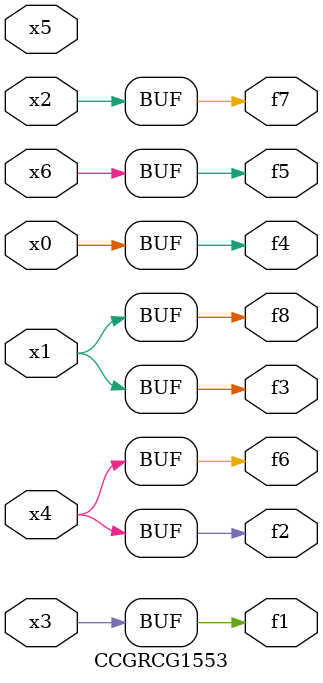
<source format=v>
module CCGRCG1553(
	input x0, x1, x2, x3, x4, x5, x6,
	output f1, f2, f3, f4, f5, f6, f7, f8
);
	assign f1 = x3;
	assign f2 = x4;
	assign f3 = x1;
	assign f4 = x0;
	assign f5 = x6;
	assign f6 = x4;
	assign f7 = x2;
	assign f8 = x1;
endmodule

</source>
